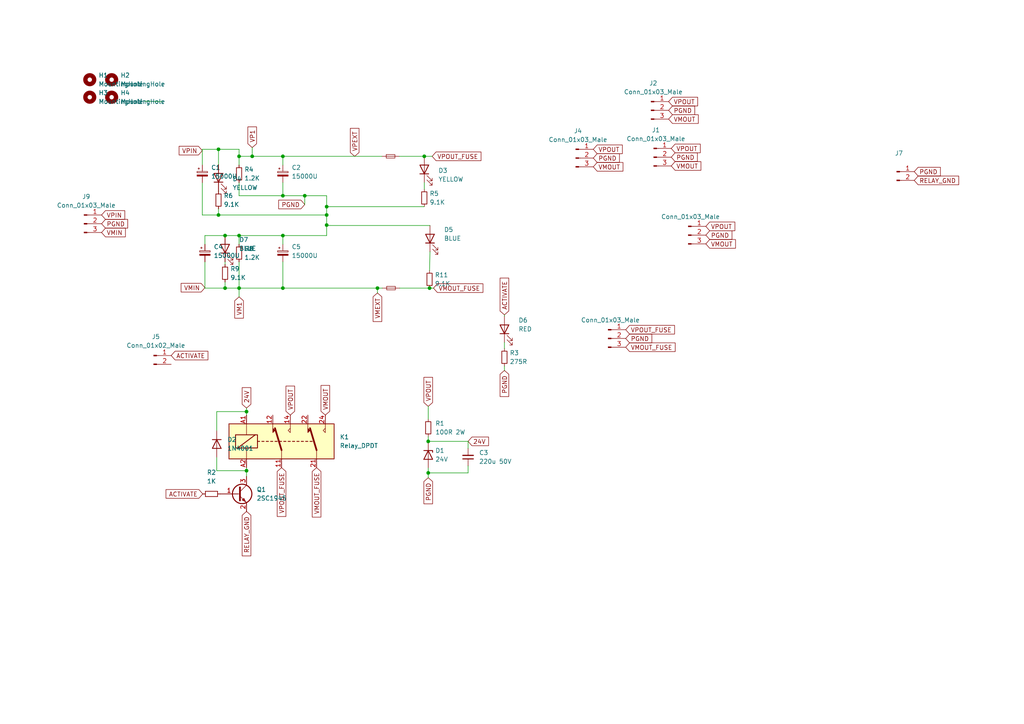
<source format=kicad_sch>
(kicad_sch (version 20230121) (generator eeschema)
  (paper "A4")
  (lib_symbols
    (symbol "Connector:Conn_01x02_Male" (pin_names (offset 1.016) hide)
      (property "Reference" "J" (at 0 2.54 0))
      (property "Value" "Conn_01x02_Male" (at 0 -5.08 0))
      (symbol "Conn_01x02_Male_1_1"
        (polyline (pts (xy 1.27 -2.54) (xy 0.8636 -2.54)) (stroke (width 0.1524)))
        (polyline (pts (xy 1.27 0) (xy 0.8636 0)) (stroke (width 0.1524)))
        (rectangle (start 0.8636 -2.413) (end 0 -2.667) (stroke (width 0.1524)) (fill (type outline)))
        (rectangle (start 0.8636 0.127) (end 0 -0.127) (stroke (width 0.1524)) (fill (type outline)))
        (pin passive line (at 5.08 0 180) (length 3.81) (name "Pin_1") (number "1"))
        (pin passive line (at 5.08 -2.54 180) (length 3.81) (name "Pin_2") (number "2"))
      )
    )
    (symbol "Connector:Conn_01x03_Male" (pin_names (offset 1.016) hide)
      (property "Reference" "J" (at 0 5.08 0))
      (property "Value" "Conn_01x03_Male" (at 0 -5.08 0))
      (symbol "Conn_01x03_Male_1_1"
        (polyline (pts (xy 1.27 -2.54) (xy 0.8636 -2.54)) (stroke (width 0.1524)))
        (polyline (pts (xy 1.27 0) (xy 0.8636 0)) (stroke (width 0.1524)))
        (polyline (pts (xy 1.27 2.54) (xy 0.8636 2.54)) (stroke (width 0.1524)))
        (rectangle (start 0.8636 -2.413) (end 0 -2.667) (stroke (width 0.1524)) (fill (type outline)))
        (rectangle (start 0.8636 0.127) (end 0 -0.127) (stroke (width 0.1524)) (fill (type outline)))
        (rectangle (start 0.8636 2.667) (end 0 2.413) (stroke (width 0.1524)) (fill (type outline)))
        (pin passive line (at 5.08 2.54 180) (length 3.81) (name "Pin_1") (number "1"))
        (pin passive line (at 5.08 0 180) (length 3.81) (name "Pin_2") (number "2"))
        (pin passive line (at 5.08 -2.54 180) (length 3.81) (name "Pin_3") (number "3"))
      )
    )
    (symbol "Device:C_Polarized_Small" (pin_numbers hide) (pin_names (offset 0.254) hide)
      (property "Reference" "C" (at 0.254 1.778 0))
      (property "Value" "C_Polarized_Small" (at 0.254 -2.032 0))
      (symbol "C_Polarized_Small_0_1"
        (rectangle (start -1.524 -0.3048) (end 1.524 -0.6858) (fill (type outline)))
        (rectangle (start -1.524 0.6858) (end 1.524 0.3048))
        (polyline (pts (xy -1.27 1.524) (xy -0.762 1.524)))
        (polyline (pts (xy -1.016 1.27) (xy -1.016 1.778)))
      )
      (symbol "C_Polarized_Small_1_1"
        (pin passive line (at 0 2.54 270) (length 1.8542) (name "~") (number "1"))
        (pin passive line (at 0 -2.54 90) (length 1.8542) (name "~") (number "2"))
      )
    )
    (symbol "Device:C_Small" (pin_numbers hide) (pin_names (offset 0.254) hide)
      (property "Reference" "C" (at 0.254 1.778 0))
      (property "Value" "C_Small" (at 0.254 -2.032 0))
      (symbol "C_Small_0_1"
        (polyline (pts (xy -1.524 -0.508) (xy 1.524 -0.508)) (stroke (width 0.3302)))
        (polyline (pts (xy -1.524 0.508) (xy 1.524 0.508)) (stroke (width 0.3048)))
      )
      (symbol "C_Small_1_1"
        (pin passive line (at 0 2.54 270) (length 2.032) (name "~") (number "1"))
        (pin passive line (at 0 -2.54 90) (length 2.032) (name "~") (number "2"))
      )
    )
    (symbol "Device:D_Zener" (pin_numbers hide) (pin_names (offset 1.016) hide)
      (property "Reference" "D" (at 0 2.54 0))
      (property "Value" "D_Zener" (at 0 -2.54 0))
      (symbol "D_Zener_0_1"
        (polyline (pts (xy 1.27 0) (xy -1.27 0)))
        (polyline (pts (xy -1.27 -1.27) (xy -1.27 1.27) (xy -0.762 1.27)) (stroke (width 0.254)))
        (polyline (pts (xy 1.27 -1.27) (xy 1.27 1.27) (xy -1.27 0) (xy 1.27 -1.27)) (stroke (width 0.254)))
      )
      (symbol "D_Zener_1_1"
        (pin passive line (at -3.81 0 0) (length 2.54) (name "K") (number "1"))
        (pin passive line (at 3.81 0 180) (length 2.54) (name "A") (number "2"))
      )
    )
    (symbol "Device:Fuse_Small" (pin_numbers hide) (pin_names (offset 0.254) hide)
      (property "Reference" "F" (at 0 -1.524 0))
      (property "Value" "Fuse_Small" (at 0 1.524 0))
      (symbol "Fuse_Small_0_1"
        (rectangle (start -1.27 0.508) (end 1.27 -0.508))
        (polyline (pts (xy -1.27 0) (xy 1.27 0)))
      )
      (symbol "Fuse_Small_1_1"
        (pin passive line (at -2.54 0 0) (length 1.27) (name "~") (number "1"))
        (pin passive line (at 2.54 0 180) (length 1.27) (name "~") (number "2"))
      )
    )
    (symbol "Device:LED" (pin_numbers hide) (pin_names (offset 1.016) hide)
      (property "Reference" "D" (at 0 2.54 0))
      (property "Value" "LED" (at 0 -2.54 0))
      (symbol "LED_0_1"
        (polyline (pts (xy -1.27 -1.27) (xy -1.27 1.27)) (stroke (width 0.254)))
        (polyline (pts (xy -1.27 0) (xy 1.27 0)))
        (polyline (pts (xy 1.27 -1.27) (xy 1.27 1.27) (xy -1.27 0) (xy 1.27 -1.27)) (stroke (width 0.254)))
        (polyline (pts (xy -3.048 -0.762) (xy -4.572 -2.286) (xy -3.81 -2.286) (xy -4.572 -2.286) (xy -4.572 -1.524)))
        (polyline (pts (xy -1.778 -0.762) (xy -3.302 -2.286) (xy -2.54 -2.286) (xy -3.302 -2.286) (xy -3.302 -1.524)))
      )
      (symbol "LED_1_1"
        (pin passive line (at -3.81 0 0) (length 2.54) (name "K") (number "1"))
        (pin passive line (at 3.81 0 180) (length 2.54) (name "A") (number "2"))
      )
    )
    (symbol "Device:R_Small" (pin_numbers hide) (pin_names (offset 0.254) hide)
      (property "Reference" "R" (at 0.762 0.508 0))
      (property "Value" "R_Small" (at 0.762 -1.016 0))
      (symbol "R_Small_0_1"
        (rectangle (start -0.762 1.778) (end 0.762 -1.778) (stroke (width 0.2032)))
      )
      (symbol "R_Small_1_1"
        (pin passive line (at 0 2.54 270) (length 0.762) (name "~") (number "1"))
        (pin passive line (at 0 -2.54 90) (length 0.762) (name "~") (number "2"))
      )
    )
    (symbol "Diode:1N4001" (pin_numbers hide) (pin_names hide)
      (property "Reference" "D" (at 0 2.54 0))
      (property "Value" "1N4001" (at 0 -2.54 0))
      (symbol "1N4001_0_1"
        (polyline (pts (xy -1.27 1.27) (xy -1.27 -1.27)) (stroke (width 0.254)))
        (polyline (pts (xy 1.27 0) (xy -1.27 0)))
        (polyline (pts (xy 1.27 1.27) (xy 1.27 -1.27) (xy -1.27 0) (xy 1.27 1.27)) (stroke (width 0.254)))
      )
      (symbol "1N4001_1_1"
        (pin passive line (at -3.81 0 0) (length 2.54) (name "K") (number "1"))
        (pin passive line (at 3.81 0 180) (length 2.54) (name "A") (number "2"))
      )
    )
    (symbol "Mechanical:MountingHole" (pin_names (offset 1.016))
      (property "Reference" "H" (at 0 5.08 0))
      (property "Value" "MountingHole" (at 0 3.175 0))
      (symbol "MountingHole_0_1"
        (circle (center 0 0) (radius 1.27) (stroke (width 1.27)))
      )
    )
    (symbol "Relay:Relay_DPDT"
      (property "Reference" "K" (at 16.51 3.81 0))
      (property "Value" "Relay_DPDT" (at 16.51 1.27 0))
      (symbol "Relay_DPDT_0_1"
        (rectangle (start -15.24 5.08) (end 15.24 -5.08) (stroke (width 0.254)) (fill (type background)))
        (rectangle (start -13.335 1.905) (end -6.985 -1.905) (stroke (width 0.254)))
        (polyline (pts (xy -12.7 -1.905) (xy -7.62 1.905)) (stroke (width 0.254)))
        (polyline (pts (xy -10.16 -5.08) (xy -10.16 -1.905)))
        (polyline (pts (xy -10.16 5.08) (xy -10.16 1.905)))
        (polyline (pts (xy -6.985 0) (xy -6.35 0)) (stroke (width 0.254)))
        (polyline (pts (xy -5.715 0) (xy -5.08 0)) (stroke (width 0.254)))
        (polyline (pts (xy -4.445 0) (xy -3.81 0)) (stroke (width 0.254)))
        (polyline (pts (xy -3.175 0) (xy -2.54 0)) (stroke (width 0.254)))
        (polyline (pts (xy -1.905 0) (xy -1.27 0)) (stroke (width 0.254)))
        (polyline (pts (xy -0.635 0) (xy 0 0)) (stroke (width 0.254)))
        (polyline (pts (xy 0 -2.54) (xy -1.905 3.81)) (stroke (width 0.508)))
        (polyline (pts (xy 0 -2.54) (xy 0 -5.08)))
        (polyline (pts (xy 0.635 0) (xy 1.27 0)) (stroke (width 0.254)))
        (polyline (pts (xy 1.905 0) (xy 2.54 0)) (stroke (width 0.254)))
        (polyline (pts (xy 3.175 0) (xy 3.81 0)) (stroke (width 0.254)))
        (polyline (pts (xy 4.445 0) (xy 5.08 0)) (stroke (width 0.254)))
        (polyline (pts (xy 5.715 0) (xy 6.35 0)) (stroke (width 0.254)))
        (polyline (pts (xy 6.985 0) (xy 7.62 0)) (stroke (width 0.254)))
        (polyline (pts (xy 8.255 0) (xy 8.89 0)) (stroke (width 0.254)))
        (polyline (pts (xy 10.16 -2.54) (xy 8.255 3.81)) (stroke (width 0.508)))
        (polyline (pts (xy 10.16 -2.54) (xy 10.16 -5.08)))
        (polyline (pts (xy -2.54 5.08) (xy -2.54 2.54) (xy -1.905 3.175) (xy -2.54 3.81)) (fill (type outline)))
        (polyline (pts (xy 2.54 5.08) (xy 2.54 2.54) (xy 1.905 3.175) (xy 2.54 3.81)))
        (polyline (pts (xy 7.62 5.08) (xy 7.62 2.54) (xy 8.255 3.175) (xy 7.62 3.81)) (fill (type outline)))
        (polyline (pts (xy 12.7 5.08) (xy 12.7 2.54) (xy 12.065 3.175) (xy 12.7 3.81)))
      )
      (symbol "Relay_DPDT_1_1"
        (pin passive line (at 0 -7.62 90) (length 2.54) (name "~") (number "11"))
        (pin passive line (at -2.54 7.62 270) (length 2.54) (name "~") (number "12"))
        (pin passive line (at 2.54 7.62 270) (length 2.54) (name "~") (number "14"))
        (pin passive line (at 10.16 -7.62 90) (length 2.54) (name "~") (number "21"))
        (pin passive line (at 7.62 7.62 270) (length 2.54) (name "~") (number "22"))
        (pin passive line (at 12.7 7.62 270) (length 2.54) (name "~") (number "24"))
        (pin passive line (at -10.16 7.62 270) (length 2.54) (name "~") (number "A1"))
        (pin passive line (at -10.16 -7.62 90) (length 2.54) (name "~") (number "A2"))
      )
    )
    (symbol "Transistor_BJT:2SC1945" (pin_names (offset 0) hide)
      (property "Reference" "Q" (at 5.08 1.905 0))
      (property "Value" "2SC1945" (at 5.08 0 0))
      (symbol "2SC1945_0_1"
        (polyline (pts (xy 0 0) (xy 0.635 0)))
        (polyline (pts (xy 2.54 2.54) (xy 0.635 0.635)))
        (polyline (pts (xy 0.635 1.905) (xy 0.635 -1.905) (xy 0.635 -1.905)) (stroke (width 0.508)))
        (polyline (pts (xy 2.286 -2.286) (xy 1.778 -1.778) (xy 1.778 -1.778)))
        (polyline (pts (xy 2.54 -2.54) (xy 0.635 -0.635) (xy 1.27 -1.27)) (fill (type outline)))
        (polyline (pts (xy 1.27 -1.778) (xy 1.778 -1.27) (xy 2.286 -2.286) (xy 1.27 -1.778) (xy 1.27 -1.778)) (fill (type outline)))
        (circle (center 1.27 0) (radius 2.8194) (stroke (width 0.3048)))
      )
      (symbol "2SC1945_1_1"
        (pin input line (at -5.08 0 0) (length 5.08) (name "B") (number "1"))
        (pin passive line (at 2.54 -5.08 90) (length 2.54) (name "E") (number "2"))
        (pin passive line (at 2.54 5.08 270) (length 2.54) (name "C") (number "3"))
      )
    )
  )
  (junction (at 65.278 68.326))
  (junction (at 69.342 68.326))
  (junction (at 123.063 45.339))
  (junction (at 94.742 65.278))
  (junction (at 69.342 45.339))
  (junction (at 94.742 62.357))
  (junction (at 82.042 83.566))
  (junction (at 88.392 56.769))
  (junction (at 73.152 45.339))
  (junction (at 82.042 45.339))
  (junction (at 71.501 136.525))
  (junction (at 63.373 43.307))
  (junction (at 109.474 83.566))
  (junction (at 82.042 68.326))
  (junction (at 82.042 56.769))
  (junction (at 65.278 83.566))
  (junction (at 69.342 83.566))
  (junction (at 124.587 83.566))
  (junction (at 71.501 119.38))
  (junction (at 124.206 128.016))
  (junction (at 94.742 59.944))
  (junction (at 124.206 137.16))
  (junction (at 63.373 62.357))
  (wire (pts (xy 59.436 68.326) (xy 65.278 68.326)))
  (wire (pts (xy 65.278 68.326) (xy 69.342 68.326)))
  (wire (pts (xy 94.742 56.769) (xy 94.742 59.944)))
  (wire (pts (xy 69.342 45.339) (xy 69.342 47.879)))
  (wire (pts (xy 82.042 68.326) (xy 94.742 68.326)))
  (wire (pts (xy 69.342 68.326) (xy 82.042 68.326)))
  (wire (pts (xy 65.278 83.566) (xy 69.342 83.566)))
  (wire (pts (xy 69.342 83.566) (xy 69.342 86.106)))
  (wire (pts (xy 58.674 43.307) (xy 58.674 47.879)))
  (wire (pts (xy 146.304 91.313) (xy 146.304 91.694)))
  (wire (pts (xy 63.373 47.752) (xy 63.373 43.307)))
  (wire (pts (xy 94.615 65.405) (xy 94.615 65.278)))
  (wire (pts (xy 146.304 101.092) (xy 146.304 99.314)))
  (wire (pts (xy 62.865 136.525) (xy 71.501 136.525)))
  (wire (pts (xy 123.063 45.339) (xy 125.349 45.339)))
  (wire (pts (xy 88.392 56.769) (xy 94.742 56.769)))
  (wire (pts (xy 71.501 136.525) (xy 71.501 135.636)))
  (wire (pts (xy 58.674 43.307) (xy 63.373 43.307)))
  (wire (pts (xy 124.714 73.025) (xy 124.587 78.486)))
  (wire (pts (xy 82.042 56.769) (xy 82.042 52.959)))
  (wire (pts (xy 63.373 55.499) (xy 63.373 55.372)))
  (wire (pts (xy 73.152 45.339) (xy 82.042 45.339)))
  (wire (pts (xy 124.206 137.16) (xy 124.206 138.557)))
  (wire (pts (xy 71.501 119.38) (xy 62.865 119.38)))
  (wire (pts (xy 82.042 83.566) (xy 109.474 83.566)))
  (wire (pts (xy 62.865 132.588) (xy 62.865 136.525)))
  (wire (pts (xy 69.342 56.769) (xy 82.042 56.769)))
  (wire (pts (xy 82.042 45.339) (xy 110.744 45.339)))
  (wire (pts (xy 146.304 107.442) (xy 146.304 106.172)))
  (wire (pts (xy 109.474 83.566) (xy 110.871 83.566)))
  (wire (pts (xy 115.951 83.566) (xy 124.587 83.566)))
  (wire (pts (xy 124.206 121.539) (xy 124.206 117.856)))
  (wire (pts (xy 58.674 52.959) (xy 58.674 62.357)))
  (wire (pts (xy 59.436 83.566) (xy 65.278 83.566)))
  (wire (pts (xy 123.063 54.864) (xy 123.063 52.959)))
  (wire (pts (xy 58.674 62.357) (xy 63.373 62.357)))
  (wire (pts (xy 94.742 59.944) (xy 94.742 62.357)))
  (wire (pts (xy 63.373 43.307) (xy 69.342 43.307)))
  (wire (pts (xy 69.342 75.946) (xy 69.342 83.566)))
  (wire (pts (xy 65.278 75.946) (xy 65.278 76.708)))
  (wire (pts (xy 82.042 56.769) (xy 88.392 56.769)))
  (wire (pts (xy 94.742 62.357) (xy 94.742 65.278)))
  (wire (pts (xy 69.342 83.566) (xy 82.042 83.566)))
  (wire (pts (xy 82.042 68.326) (xy 82.042 70.866)))
  (wire (pts (xy 88.392 56.769) (xy 88.392 59.309)))
  (wire (pts (xy 46.99 29.464) (xy 41.91 29.337)))
  (wire (pts (xy 124.206 126.619) (xy 124.206 128.016)))
  (wire (pts (xy 71.501 118.364) (xy 71.501 119.38)))
  (wire (pts (xy 124.206 135.763) (xy 124.206 137.16)))
  (wire (pts (xy 135.763 128.016) (xy 124.206 128.016)))
  (wire (pts (xy 135.763 137.16) (xy 124.206 137.16)))
  (wire (pts (xy 63.373 60.579) (xy 63.373 62.357)))
  (wire (pts (xy 115.824 45.339) (xy 123.063 45.339)))
  (wire (pts (xy 65.278 81.788) (xy 65.278 83.566)))
  (wire (pts (xy 135.763 135.128) (xy 135.763 137.16)))
  (wire (pts (xy 124.587 83.566) (xy 125.73 83.566)))
  (wire (pts (xy 135.763 130.048) (xy 135.763 128.016)))
  (wire (pts (xy 59.436 70.866) (xy 59.436 68.326)))
  (wire (pts (xy 62.865 119.38) (xy 62.865 124.968)))
  (wire (pts (xy 71.501 138.176) (xy 71.501 136.525)))
  (wire (pts (xy 69.342 52.959) (xy 69.342 56.769)))
  (wire (pts (xy 69.342 43.307) (xy 69.342 45.339)))
  (wire (pts (xy 94.742 65.278) (xy 94.742 68.326)))
  (wire (pts (xy 82.042 45.339) (xy 82.042 47.879)))
  (wire (pts (xy 94.742 59.944) (xy 123.063 59.944)))
  (wire (pts (xy 109.474 83.566) (xy 109.474 84.963)))
  (wire (pts (xy 73.152 42.799) (xy 73.152 45.339)))
  (wire (pts (xy 71.501 119.38) (xy 71.501 120.396)))
  (wire (pts (xy 82.042 75.946) (xy 82.042 83.566)))
  (wire (pts (xy 124.206 128.143) (xy 124.206 128.016)))
  (wire (pts (xy 69.342 68.326) (xy 69.342 70.866)))
  (wire (pts (xy 63.373 62.357) (xy 94.742 62.357)))
  (wire (pts (xy 94.615 65.278) (xy 94.742 65.278)))
  (wire (pts (xy 94.615 65.405) (xy 124.714 65.405)))
  (wire (pts (xy 59.436 75.946) (xy 59.436 83.566)))
  (wire (pts (xy 69.342 45.339) (xy 73.152 45.339)))
  (global_label "VMEXT" (shape input) (at 109.474 84.963 270) (property "Intersheetrefs" "${INTERSHEET_REFS}" (effects hide)))
  (global_label "VMOUT_FUSE" (shape input) (at 91.821 135.636 270) (property "Intersheetrefs" "${INTERSHEET_REFS}" (effects hide)))
  (global_label "VMIN" (shape input) (at 59.436 83.439 180) (property "Intersheetrefs" "${INTERSHEET_REFS}" (effects hide)))
  (global_label "VP1" (shape input) (at 73.152 42.799 90) (property "Intersheetrefs" "${INTERSHEET_REFS}" (effects hide)))
  (global_label "VMOUT" (shape input) (at 94.361 120.396 90) (property "Intersheetrefs" "${INTERSHEET_REFS}" (effects hide)))
  (global_label "RELAY_GND" (shape input) (at 265.176 52.324 0) (property "Intersheetrefs" "${INTERSHEET_REFS}" (effects hide)))
  (global_label "ACTIVATE" (shape input) (at 49.657 103.124 0) (property "Intersheetrefs" "${INTERSHEET_REFS}" (effects hide)))
  (global_label "VMOUT_FUSE" (shape input) (at 125.73 83.566 0) (property "Intersheetrefs" "${INTERSHEET_REFS}" (effects hide)))
  (global_label "VPIN" (shape input) (at 29.464 62.357 0) (property "Intersheetrefs" "${INTERSHEET_REFS}" (effects hide)))
  (global_label "VPOUT" (shape input) (at 172.085 43.307 0) (property "Intersheetrefs" "${INTERSHEET_REFS}" (effects hide)))
  (global_label "24V" (shape input) (at 135.763 128.016 0) (property "Intersheetrefs" "${INTERSHEET_REFS}" (effects hide)))
  (global_label "VPEXT" (shape input) (at 102.87 45.339 90) (property "Intersheetrefs" "${INTERSHEET_REFS}" (effects hide)))
  (global_label "VM1" (shape input) (at 69.342 86.106 270) (property "Intersheetrefs" "${INTERSHEET_REFS}" (effects hide)))
  (global_label "VPIN" (shape input) (at 58.674 43.688 180) (property "Intersheetrefs" "${INTERSHEET_REFS}" (effects hide)))
  (global_label "PGND" (shape input) (at 204.724 68.199 0) (property "Intersheetrefs" "${INTERSHEET_REFS}" (effects hide)))
  (global_label "VPOUT_FUSE" (shape input) (at 181.483 95.631 0) (property "Intersheetrefs" "${INTERSHEET_REFS}" (effects hide)))
  (global_label "PGND" (shape input) (at 172.085 45.847 0) (property "Intersheetrefs" "${INTERSHEET_REFS}" (effects hide)))
  (global_label "ACTIVATE" (shape input) (at 58.801 143.256 180) (property "Intersheetrefs" "${INTERSHEET_REFS}" (effects hide)))
  (global_label "VMOUT_FUSE" (shape input) (at 181.483 100.711 0) (property "Intersheetrefs" "${INTERSHEET_REFS}" (effects hide)))
  (global_label "VMOUT" (shape input) (at 193.929 34.544 0) (property "Intersheetrefs" "${INTERSHEET_REFS}" (effects hide)))
  (global_label "24V" (shape input) (at 71.501 118.364 90) (property "Intersheetrefs" "${INTERSHEET_REFS}" (effects hide)))
  (global_label "VPOUT" (shape input) (at 124.206 117.856 90) (property "Intersheetrefs" "${INTERSHEET_REFS}" (effects hide)))
  (global_label "PGND" (shape input) (at 194.691 45.593 0) (property "Intersheetrefs" "${INTERSHEET_REFS}" (effects hide)))
  (global_label "PGND" (shape input) (at 146.304 107.442 270) (property "Intersheetrefs" "${INTERSHEET_REFS}" (effects hide)))
  (global_label "ACTIVATE" (shape input) (at 146.304 91.313 90) (property "Intersheetrefs" "${INTERSHEET_REFS}" (effects hide)))
  (global_label "VPOUT" (shape input) (at 204.724 65.659 0) (property "Intersheetrefs" "${INTERSHEET_REFS}" (effects hide)))
  (global_label "RELAY_GND" (shape input) (at 71.501 148.336 270) (property "Intersheetrefs" "${INTERSHEET_REFS}" (effects hide)))
  (global_label "VMOUT" (shape input) (at 172.085 48.387 0) (property "Intersheetrefs" "${INTERSHEET_REFS}" (effects hide)))
  (global_label "VPOUT" (shape input) (at 84.201 120.396 90) (property "Intersheetrefs" "${INTERSHEET_REFS}" (effects hide)))
  (global_label "PGND" (shape input) (at 181.483 98.171 0) (property "Intersheetrefs" "${INTERSHEET_REFS}" (effects hide)))
  (global_label "VPOUT" (shape input) (at 193.929 29.464 0) (property "Intersheetrefs" "${INTERSHEET_REFS}" (effects hide)))
  (global_label "VMOUT" (shape input) (at 204.724 70.739 0) (property "Intersheetrefs" "${INTERSHEET_REFS}" (effects hide)))
  (global_label "VMOUT" (shape input) (at 194.691 48.133 0) (property "Intersheetrefs" "${INTERSHEET_REFS}" (effects hide)))
  (global_label "VPOUT" (shape input) (at 194.691 43.053 0) (property "Intersheetrefs" "${INTERSHEET_REFS}" (effects hide)))
  (global_label "PGND" (shape input) (at 193.929 32.004 0) (property "Intersheetrefs" "${INTERSHEET_REFS}" (effects hide)))
  (global_label "PGND" (shape input) (at 265.176 49.784 0) (property "Intersheetrefs" "${INTERSHEET_REFS}" (effects hide)))
  (global_label "PGND" (shape input) (at 88.392 59.309 180) (property "Intersheetrefs" "${INTERSHEET_REFS}" (effects hide)))
  (global_label "PGND" (shape input) (at 124.206 138.557 270) (property "Intersheetrefs" "${INTERSHEET_REFS}" (effects hide)))
  (global_label "VMIN" (shape input) (at 29.464 67.437 0) (property "Intersheetrefs" "${INTERSHEET_REFS}" (effects hide)))
  (global_label "PGND" (shape input) (at 29.464 64.897 0) (property "Intersheetrefs" "${INTERSHEET_REFS}" (effects hide)))
  (global_label "VPOUT_FUSE" (shape input) (at 81.661 135.636 270) (property "Intersheetrefs" "${INTERSHEET_REFS}" (effects hide)))
  (global_label "VPOUT_FUSE" (shape input) (at 125.349 45.339 0) (property "Intersheetrefs" "${INTERSHEET_REFS}" (effects hide)))
  (symbol (lib_id "Device:D_Zener") (at 124.206 131.953 270) (unit 1)
    (property "Reference" "D1" (at 126.238 130.683 90) (effects (justify left)))
    (property "Value" "24V" (at 126.238 133.223 90) (effects (justify left)))
    (property "Footprint" "Diode_THT:D_DO-41_SOD81_P10.16mm_Horizontal" (effects hide))
  )
  (symbol (lib_id "Transistor_BJT:2SC1945") (at 68.961 143.256 0) (unit 1)
    (property "Reference" "Q1" (at 74.422 141.9859 0) (effects (justify left)))
    (property "Value" "2SC1945" (at 74.422 144.5259 0) (effects (justify left)))
    (property "Footprint" "Package_TO_SOT_SMD:SOT-23_Handsoldering" (effects hide))
    (property "Datasheet" "http://rtellason.com/transdata/2sc1945.pdf" (effects hide))
  )
  (symbol (lib_id "Device:C_Polarized_Small") (at 82.042 73.406 0) (unit 1)
    (property "Reference" "C5" (at 84.582 71.5898 0) (effects (justify left)))
    (property "Value" "15000U" (at 84.582 74.1298 0) (effects (justify left)))
    (property "Footprint" "Capacitor_THT:CP_Radial_D30.0mm_P10.00mm_SnapIn" (effects hide))
  )
  (symbol (lib_id "Device:R_Small") (at 123.063 57.404 0) (unit 1)
    (property "Reference" "R5" (at 124.587 56.1339 0) (effects (justify left)))
    (property "Value" "9.1K" (at 124.587 58.6739 0) (effects (justify left)))
    (property "Footprint" "Resistor_SMD:R_0805_2012Metric_Pad1.20x1.40mm_HandSolder" (effects hide))
  )
  (symbol (lib_id "Device:C_Small") (at 135.763 132.588 180) (unit 1)
    (property "Reference" "C3" (at 138.938 131.3116 0) (effects (justify right)))
    (property "Value" "220u 50V" (at 138.938 133.8516 0) (effects (justify right)))
    (property "Footprint" "Capacitor_THT:CP_Radial_D8.0mm_P5.00mm" (effects hide))
  )
  (symbol (lib_id "Mechanical:MountingHole") (at 26.035 28.194 0) (unit 1)
    (property "Reference" "H3" (at 28.575 26.9239 0) (effects (justify left)))
    (property "Value" "MountingHole" (at 28.575 29.4639 0) (effects (justify left)))
    (property "Footprint" "MountingHole:MountingHole_3mm" (effects hide))
  )
  (symbol (lib_id "Connector:Conn_01x03_Male") (at 24.384 64.897 0) (unit 1)
    (property "Reference" "J9" (at 25.019 57.023 0))
    (property "Value" "Conn_01x03_Male" (at 25.019 59.563 0))
    (property "Footprint" "Connector_JST:JST_VH_B3P-VH_1x03_P3.96mm_Vertical" (effects hide))
  )
  (symbol (lib_id "Mechanical:MountingHole") (at 26.035 23.114 0) (unit 1)
    (property "Reference" "H1" (at 28.575 21.8439 0) (effects (justify left)))
    (property "Value" "MountingHole" (at 28.575 24.3839 0) (effects (justify left)))
    (property "Footprint" "MountingHole:MountingHole_3mm" (effects hide))
  )
  (symbol (lib_id "Device:C_Polarized_Small") (at 58.674 50.419 0) (unit 1)
    (property "Reference" "C1" (at 61.214 48.6028 0) (effects (justify left)))
    (property "Value" "15000U" (at 61.214 51.1428 0) (effects (justify left)))
    (property "Footprint" "Capacitor_THT:CP_Radial_D30.0mm_P10.00mm_SnapIn" (effects hide))
  )
  (symbol (lib_id "Device:C_Polarized_Small") (at 59.436 73.406 0) (unit 1)
    (property "Reference" "C4" (at 61.976 71.5898 0) (effects (justify left)))
    (property "Value" "15000U" (at 61.976 74.1298 0) (effects (justify left)))
    (property "Footprint" "Capacitor_THT:CP_Radial_D30.0mm_P10.00mm_SnapIn" (effects hide))
  )
  (symbol (lib_id "Connector:Conn_01x03_Male") (at 199.644 68.199 0) (unit 1)
    (property "Reference" "J10" (effects hide))
    (property "Value" "Conn_01x03_Male" (at 200.279 62.865 0))
    (property "Footprint" "Connector_JST:JST_VH_B3P-VH_1x03_P3.96mm_Vertical" (effects hide))
  )
  (symbol (lib_id "Connector:Conn_01x03_Male") (at 176.403 98.171 0) (unit 1)
    (property "Reference" "J3" (effects hide))
    (property "Value" "Conn_01x03_Male" (at 177.038 92.837 0))
    (property "Footprint" "Connector_JST:JST_VH_B3P-VH_1x03_P3.96mm_Vertical" (effects hide))
  )
  (symbol (lib_id "Device:Fuse_Small") (at 113.411 83.566 0) (unit 1)
    (property "Reference" "F2" (effects hide))
    (property "Value" "Fuse_Small" (effects hide))
    (property "Footprint" "Components:Aliexpress Fuse 5x20" (effects hide))
  )
  (symbol (lib_id "Connector:Conn_01x03_Male") (at 188.849 32.004 0) (unit 1)
    (property "Reference" "J2" (at 189.484 24.13 0))
    (property "Value" "Conn_01x03_Male" (at 189.484 26.67 0))
    (property "Footprint" "Connector_JST:JST_VH_B3P-VH_1x03_P3.96mm_Vertical" (effects hide))
  )
  (symbol (lib_id "Connector:Conn_01x03_Male") (at 189.611 45.593 0) (unit 1)
    (property "Reference" "J1" (at 190.246 37.719 0))
    (property "Value" "Conn_01x03_Male" (at 190.246 40.259 0))
    (property "Footprint" "Connector_JST:JST_VH_B3P-VH_1x03_P3.96mm_Vertical" (effects hide))
  )
  (symbol (lib_id "Device:R_Small") (at 124.587 81.026 0) (unit 1)
    (property "Reference" "R11" (at 126.111 79.7559 0) (effects (justify left)))
    (property "Value" "9.1K" (at 126.111 82.2959 0) (effects (justify left)))
    (property "Footprint" "Resistor_SMD:R_0805_2012Metric_Pad1.20x1.40mm_HandSolder" (effects hide))
  )
  (symbol (lib_id "Device:C_Polarized_Small") (at 82.042 50.419 0) (unit 1)
    (property "Reference" "C2" (at 84.582 48.6028 0) (effects (justify left)))
    (property "Value" "15000U" (at 84.582 51.1428 0) (effects (justify left)))
    (property "Footprint" "Capacitor_THT:CP_Radial_D30.0mm_P10.00mm_SnapIn" (effects hide))
  )
  (symbol (lib_id "Device:LED") (at 123.063 49.149 90) (unit 1)
    (property "Reference" "D3" (at 127.127 49.4664 90) (effects (justify right)))
    (property "Value" "YELLOW" (at 127.127 52.0064 90) (effects (justify right)))
    (property "Footprint" "LED_SMD:LED_0805_2012Metric_Pad1.15x1.40mm_HandSolder" (effects hide))
  )
  (symbol (lib_id "Device:LED") (at 146.304 95.504 90) (unit 1)
    (property "Reference" "D6" (at 150.368 92.9004 90) (effects (justify right)))
    (property "Value" "RED" (at 150.368 95.4404 90) (effects (justify right)))
    (property "Footprint" "LED_SMD:LED_0805_2012Metric_Pad1.15x1.40mm_HandSolder" (effects hide))
  )
  (symbol (lib_id "Device:R_Small") (at 146.304 103.632 0) (unit 1)
    (property "Reference" "R3" (at 147.828 102.3619 0) (effects (justify left)))
    (property "Value" "275R" (at 147.828 104.9019 0) (effects (justify left)))
    (property "Footprint" "Resistor_SMD:R_0805_2012Metric_Pad1.20x1.40mm_HandSolder" (effects hide))
  )
  (symbol (lib_id "Device:R_Small") (at 69.342 50.419 0) (unit 1)
    (property "Reference" "R4" (at 70.866 49.1489 0) (effects (justify left)))
    (property "Value" "1.2K" (at 70.866 51.6889 0) (effects (justify left)))
    (property "Footprint" "Resistor_THT:R_Axial_DIN0414_L11.9mm_D4.5mm_P15.24mm_Horizontal" (effects hide))
  )
  (symbol (lib_id "Device:R_Small") (at 63.373 58.039 0) (unit 1)
    (property "Reference" "R6" (at 64.897 56.7689 0) (effects (justify left)))
    (property "Value" "9.1K" (at 64.897 59.3089 0) (effects (justify left)))
    (property "Footprint" "Resistor_SMD:R_0805_2012Metric_Pad1.20x1.40mm_HandSolder" (effects hide))
  )
  (symbol (lib_id "Device:LED") (at 63.373 51.562 90) (unit 1)
    (property "Reference" "D4" (at 67.437 51.8794 90) (effects (justify right)))
    (property "Value" "YELLOW" (at 67.437 54.4194 90) (effects (justify right)))
    (property "Footprint" "LED_SMD:LED_0805_2012Metric_Pad1.15x1.40mm_HandSolder" (effects hide))
  )
  (symbol (lib_id "Mechanical:MountingHole") (at 32.385 28.194 0) (unit 1)
    (property "Reference" "H4" (at 34.925 26.9239 0) (effects (justify left)))
    (property "Value" "MountingHole" (at 34.925 29.4639 0) (effects (justify left)))
    (property "Footprint" "MountingHole:MountingHole_3.2mm_M3" (effects hide))
  )
  (symbol (lib_id "Device:R_Small") (at 124.206 124.079 180) (unit 1)
    (property "Reference" "R1" (at 126.238 122.809 0) (effects (justify right)))
    (property "Value" "100R 2W" (at 126.238 125.349 0) (effects (justify right)))
    (property "Footprint" "Resistor_THT:R_Axial_DIN0411_L9.9mm_D3.6mm_P15.24mm_Horizontal" (effects hide))
  )
  (symbol (lib_id "Device:R_Small") (at 69.342 73.406 0) (unit 1)
    (property "Reference" "R8" (at 70.866 72.1359 0) (effects (justify left)))
    (property "Value" "1.2K" (at 70.866 74.6759 0) (effects (justify left)))
    (property "Footprint" "Resistor_THT:R_Axial_DIN0414_L11.9mm_D4.5mm_P15.24mm_Horizontal" (effects hide))
  )
  (symbol (lib_id "Device:R_Small") (at 61.341 143.256 90) (unit 1)
    (property "Reference" "R2" (at 61.341 137.033 90))
    (property "Value" "1K" (at 61.341 139.573 90))
    (property "Footprint" "Resistor_SMD:R_0603_1608Metric" (effects hide))
  )
  (symbol (lib_id "Diode:1N4001") (at 62.865 128.778 270) (unit 1)
    (property "Reference" "D2" (at 65.913 127.5079 90) (effects (justify left)))
    (property "Value" "1N4001" (at 65.913 130.0479 90) (effects (justify left)))
    (property "Footprint" "Diode_SMD:D_SMA" (effects hide))
    (property "Datasheet" "http://www.vishay.com/docs/88503/1n4001.pdf" (effects hide))
  )
  (symbol (lib_id "Connector:Conn_01x02_Male") (at 260.096 49.784 0) (unit 1)
    (property "Reference" "J7" (at 260.731 44.45 0))
    (property "Value" "Conn_01x02_Male" (effects hide))
    (property "Footprint" "Connector_JST:JST_VH_B2P-VH-B_1x02_P3.96mm_Vertical" (effects hide))
  )
  (symbol (lib_id "Mechanical:MountingHole") (at 32.385 23.114 0) (unit 1)
    (property "Reference" "H2" (at 34.925 21.8439 0) (effects (justify left)))
    (property "Value" "MountingHole" (at 34.925 24.3839 0) (effects (justify left)))
    (property "Footprint" "MountingHole:MountingHole_3.2mm_M3" (effects hide))
  )
  (symbol (lib_id "Device:LED") (at 124.714 69.215 90) (unit 1)
    (property "Reference" "D5" (at 128.778 66.6114 90) (effects (justify right)))
    (property "Value" "BLUE" (at 128.778 69.1514 90) (effects (justify right)))
    (property "Footprint" "LED_SMD:LED_0805_2012Metric_Pad1.15x1.40mm_HandSolder" (effects hide))
  )
  (symbol (lib_id "Device:R_Small") (at 65.278 79.248 0) (unit 1)
    (property "Reference" "R9" (at 66.802 77.9779 0) (effects (justify left)))
    (property "Value" "9.1K" (at 66.802 80.5179 0) (effects (justify left)))
    (property "Footprint" "Resistor_SMD:R_0805_2012Metric_Pad1.20x1.40mm_HandSolder" (effects hide))
  )
  (symbol (lib_id "Connector:Conn_01x02_Male") (at 44.577 103.124 0) (unit 1)
    (property "Reference" "J5" (at 45.212 97.663 0))
    (property "Value" "Conn_01x02_Male" (at 45.212 100.203 0))
    (property "Footprint" "Connector_JST:JST_PH_B2B-PH-K_1x02_P2.00mm_Vertical" (effects hide))
  )
  (symbol (lib_id "Relay:Relay_DPDT") (at 81.661 128.016 0) (unit 1)
    (property "Reference" "K1" (at 98.552 126.746 0) (effects (justify left)))
    (property "Value" "Relay_DPDT" (at 98.552 129.286 0) (effects (justify left)))
    (property "Footprint" "Relay_THT:Relay_DPDT_Omron_G2RL-2" (effects hide))
  )
  (symbol (lib_id "Device:Fuse_Small") (at 113.284 45.339 0) (unit 1)
    (property "Reference" "F1" (effects hide))
    (property "Value" "Fuse_Small" (effects hide))
    (property "Footprint" "Components:Aliexpress Fuse 5x20" (effects hide))
  )
  (symbol (lib_id "Connector:Conn_01x03_Male") (at 167.005 45.847 0) (unit 1)
    (property "Reference" "J4" (at 167.64 37.973 0))
    (property "Value" "Conn_01x03_Male" (at 167.64 40.513 0))
    (property "Footprint" "Connector_JST:JST_VH_B3P-VH_1x03_P3.96mm_Vertical" (effects hide))
  )
  (symbol (lib_id "Device:LED") (at 65.278 72.136 90) (unit 1)
    (property "Reference" "D7" (at 69.342 69.5324 90) (effects (justify right)))
    (property "Value" "BLUE" (at 69.342 72.0724 90) (effects (justify right)))
    (property "Footprint" "LED_SMD:LED_0805_2012Metric_Pad1.15x1.40mm_HandSolder" (effects hide))
  )
)
</source>
